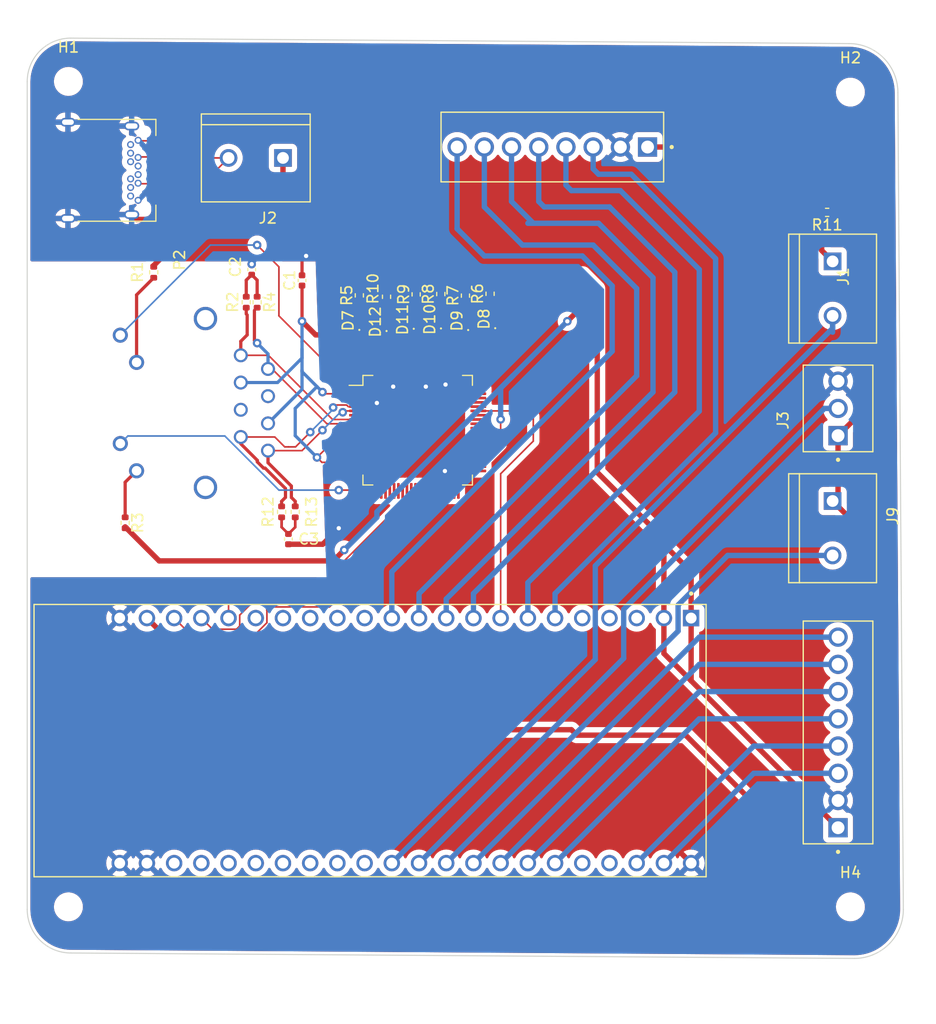
<source format=kicad_pcb>
(kicad_pcb (version 20221018) (generator pcbnew)
  (layers (0 "F.Cu" signal) (31 "B.Cu" signal) (34 "B.Paste" user) (35 "F.Paste" user) (36 "B.SilkS" user "B.Silkscreen") (37 "F.SilkS" user "F.Silkscreen") (38 "B.Mask" user) (39 "F.Mask" user) (44 "Edge.Cuts" user))
  (net 0 "")
  (net 1 "GND")
  (net 2 "Net-(C2-Pad2)")
  (net 3 "Net-(C3-Pad2)")
  (net 4 "/W5100/TXLED")
  (net 5 "Net-(D7-A)")
  (net 6 "/W5100/LINKLED")
  (net 7 "Net-(D8-A)")
  (net 8 "/W5100/SPDLED")
  (net 9 "Net-(D9-A)")
  (net 10 "/W5100/FDXLED")
  (net 11 "Net-(D10-A)")
  (net 12 "/W5100/COLLED")
  (net 13 "Net-(D11-A)")
  (net 14 "Net-(D12-A)")
  (net 15 "/W5100/RXIN")
  (net 16 "/W5100/RXIP")
  (net 19 "/W5100/TXON")
  (net 20 "/W5100/TXOP")
  (net 21 "Net-(P2-PadL1)")
  (net 22 "Net-(P2-PadL3)")
  (net 35 "/W5100/GPIO12")
  (net 36 "/W5100/GPIO13")
  (net 38 "/W5100/GPIO14")
  (net 59 "/W5100/CS")
  (net 67 "/W5100/RXLED")
  (net 96 "3.3V")
  (net 99 "Net-(J1-Pin_1)")
  (net 101 "Net-(J2-Pin_2)")
  (net 102 "Net-(J7-Pin_4)")
  (net 103 "Net-(J7-Pin_5)")
  (net 104 "Net-(J7-Pin_7)")
  (net 105 "Net-(J7-Pin_8)")
  (net 106 "Net-(J22-Pin_3)")
  (net 107 "Net-(J22-Pin_4)")
  (net 108 "Net-(J22-Pin_5)")
  (net 109 "Net-(J22-Pin_6)")
  (net 110 "Net-(J22-Pin_7)")
  (net 111 "Net-(J22-Pin_8)")
  (net 112 "Net-(J7-Pin_6)")
  (net 113 "/W5100/5V")
  (net 114 "Net-(J7-Pin_3)")
  (net 122 "Net-(J1-Pin_2)")
  (net 123 "Net-(J3-Pin_2)")
  (net 124 "Net-(J9-Pin_2)")
  (footprint "MountingHole:MountingHole_2.2mm_M2" (layer "F.Cu") (at 150 142)
    (fp_text reference "H4")
    (fp_text value "MountingHole")
  )
  (footprint "Resistor_SMD:R_0402_1005Metric" (layer "F.Cu") (at 93.6 85.596 -90)
    (fp_text reference "R2")
    (fp_text value "49.9")
  )
  (footprint "LED_SMD:LED_0201_0603Metric" (layer "F.Cu") (at 104.156 87.319 90)
    (fp_text reference "D7")
    (fp_text value "LED")
  )
  (footprint "Package_QFP:LQFP-80_10x10mm_P0.4mm" (layer "F.Cu") (at 109.602 97.536)
    (fp_text reference "U1" hide)
    (fp_text value "W5100")
  )
  (footprint "terms:TE_282837-2" (layer "F.Cu") (at 148.336 106.68 -90)
    (fp_text reference "J9")
    (fp_text value "Screw_Terminal_01x02")
  )
  (footprint "Resistor_SMD:R_0402_1005Metric" (layer "F.Cu") (at 147.826 77.216 180)
    (fp_text reference "R11")
    (fp_text value "100k")
  )
  (footprint "LED_SMD:LED_0201_0603Metric" (layer "F.Cu") (at 114.316 87.331893 90)
    (fp_text reference "D9")
    (fp_text value "LED")
  )
  (footprint "Resistor_SMD:R_0402_1005Metric" (layer "F.Cu") (at 104.156 84.959 90)
    (fp_text reference "R5")
    (fp_text value "470")
  )
  (footprint "Resistor_SMD:R_0402_1005Metric" (layer "F.Cu") (at 96.90096 105.15521 90)
    (fp_text reference "R13")
    (fp_text value "49.9")
  )
  (footprint "MountingHole:MountingHole_2.2mm_M2" (layer "F.Cu") (at 150 66)
    (fp_text reference "H2")
    (fp_text value "MountingHole")
  )
  (footprint "Capacitor_SMD:C_0402_1005Metric" (layer "F.Cu") (at 94.108 82.55 -90)
    (fp_text reference "C2")
    (fp_text value "0.1uF")
  )
  (footprint "Resistor_SMD:R_0402_1005Metric" (layer "F.Cu") (at 109.461 84.864 90)
    (fp_text reference "R9")
    (fp_text value "470")
  )
  (footprint "terms:TE_282837-2" (layer "F.Cu") (at 94.488 72.136 180)
    (fp_text reference "J2")
    (fp_text value "Screw_Terminal_01x02")
  )
  (footprint "Resistor_SMD:R_0402_1005Metric" (layer "F.Cu") (at 94.616 85.596 -90)
    (fp_text reference "R4")
    (fp_text value "49.9")
  )
  (footprint "LED_SMD:LED_0201_0603Metric" (layer "F.Cu") (at 116.841 87.159 90)
    (fp_text reference "D8")
    (fp_text value "LED")
  )
  (footprint "Capacitor_SMD:C_0402_1005Metric" (layer "F.Cu") (at 97.53596 107.69521 90)
    (fp_text reference "C3")
    (fp_text value "0.1uF")
  )
  (footprint "Capacitor_SMD:C_0402_1005Metric" (layer "F.Cu") (at 98.807 83.566 90)
    (fp_text reference "C1")
    (fp_text value "0.1uF")
  )
  (footprint "Resistor_SMD:R_0402_1005Metric" (layer "F.Cu") (at 114.061 84.981893 90)
    (fp_text reference "R7")
    (fp_text value "470")
  )
  (footprint "ESP32:XCVR_ESP32-S3-DEVKITC-1-N8R2" (layer "F.Cu") (at 105.158 126.492 -90)
    (fp_text reference "U2" hide)
    (fp_text value "ESP32-S3-DEVKITC-1-N8R2")
  )
  (footprint "Connector_USB:USB_C_Receptacle_Amphenol_12401548E4-2A" (layer "F.Cu") (at 79.794 73.292 -90)
    (fp_text reference "P3" hide)
    (fp_text value "USB_C_Plug")
  )
  (footprint "Resistor_SMD:R_0402_1005Metric" (layer "F.Cu") (at 84.964 82.802 90)
    (fp_text reference "R1")
    (fp_text value "330")
  )
  (footprint "Resistor_SMD:R_0402_1005Metric" (layer "F.Cu") (at 82.29596 106.174 -90)
    (fp_text reference "R3")
    (fp_text value "330")
  )
  (footprint "LED_SMD:LED_0201_0603Metric" (layer "F.Cu") (at 111.776 87.184 90)
    (fp_text reference "D10")
    (fp_text value "LED")
  )
  (footprint "Resistor_SMD:R_0402_1005Metric" (layer "F.Cu") (at 116.361 84.809 90)
    (fp_text reference "R6")
    (fp_text value "470")
  )
  (footprint "RJ45:WIZNET_RB1-125BAG1A" (layer "F.Cu") (at 86.742 94.996 -90)
    (fp_text reference "P2")
    (fp_text value "RB1-125BAG1A")
  )
  (footprint "Resistor_SMD:R_0402_1005Metric" (layer "F.Cu") (at 98.17096 105.15521 90)
    (fp_text reference "R12")
    (fp_text value "49.9")
  )
  (footprint "Resistor_SMD:R_0402_1005Metric" (layer "F.Cu") (at 111.761 84.834 90)
    (fp_text reference "R8")
    (fp_text value "470")
  )
  (footprint "termsag:TE_282834-8" (layer "F.Cu") (at 148.844 125.73 90)
    (fp_text reference "J7" hide)
    (fp_text value "Screw_Terminal_01x08")
  )
  (footprint "terms:TE_282837-2" (layer "F.Cu") (at 148.336 84.328 -90)
    (fp_text reference "J1")
    (fp_text value "Screw_Terminal_01x02")
  )
  (footprint "termsag:TE_282834-8" (layer "F.Cu") (at 122.174 71.12 180)
    (fp_text reference "J22" hide)
    (fp_text value "Screw_Terminal_01x08")
  )
  (footprint "MountingHole:MountingHole_2.2mm_M2" (layer "F.Cu") (at 77 142)
    (fp_text reference "H3" hide)
    (fp_text value "MountingHole")
  )
  (footprint "LED_SMD:LED_0201_0603Metric" (layer "F.Cu") (at 106.696 87.424 90)
    (fp_text reference "D12")
    (fp_text value "LED")
  )
  (footprint "Resistor_SMD:R_0402_1005Metric" (layer "F.Cu") (at 106.696 85.089 90)
    (fp_text reference "R10")
    (fp_text value "470")
  )
  (footprint "LED_SMD:LED_0201_0603Metric" (layer "F.Cu") (at 109.236 87.214 90)
    (fp_text reference "D11")
    (fp_text value "LED")
  )
  (footprint "tterms3:TE_282834-3" (layer "F.Cu") (at 148.844 95.504 90)
    (fp_text reference "J3")
    (fp_text value "Screw_Terminal_01x03")
  )
  (footprint "MountingHole:MountingHole_2.2mm_M2" (layer "F.Cu") (at 77 65)
    (fp_text reference "H1")
    (fp_text value "MountingHole")
  )
  (gr_arc (start 149.86 61.468) (mid 153.092892 62.807108) (end 154.432 66.04) (stroke (width 0.1)) (layer "Edge.Cuts"))
  (gr_arc (start 154.94 142.24) (mid 153.600892 145.472892) (end 150.368 146.812) (stroke (width 0.1)) (layer "Edge.Cuts"))
  (gr_arc (start 73.152 65.024) (mid 74.342318 62.150318) (end 77.216 60.96) (stroke (width 0.1)) (layer "Edge.Cuts"))
  (gr_line (start 77.216 60.96) (end 149.86 61.468) (stroke (width 0.1)) (layer "Edge.Cuts"))
  (gr_line (start 73.152 65.024) (end 73.152 142.24) (stroke (width 0.1)) (layer "Edge.Cuts"))
  (gr_line (start 154.94 142.24) (end 154.432 66.04) (stroke (width 0.1)) (layer "Edge.Cuts"))
  (gr_line (start 77.216 146.304) (end 150.368 146.812) (stroke (width 0.1)) (layer "Edge.Cuts"))
  (gr_arc (start 77.216 146.304) (mid 74.342318 145.113682) (end 73.152 142.24) (stroke (width 0.1)) (layer "Edge.Cuts"))
  (segment (start 97.53596 108.17521) (end 100.74079 108.17521) (width 0.5) (layer "F.Cu") (net 1))
  (segment (start 112.602 91.8735) (end 112.602 92.878) (width 0.15) (layer "F.Cu") (net 1))
  (segment (start 83.353 77.871) (end 84.497383 77.871) (width 0.5) (layer "F.Cu") (net 1))
  (segment (start 114.449703 100.536) (end 112.202 98.288297) (width 0.15) (layer "F.Cu") (net 1))
  (segment (start 110.202 102.383703) (end 111.239703 101.346) (width 0.15) (layer "F.Cu") (net 1))
  (segment (start 111.802 92.878) (end 112.202 93.278) (width 0.15) (layer "F.Cu") (net 1))
  (segment (start 111.239703 101.346) (end 112.142 101.346) (width 0.15) (layer "F.Cu") (net 1))
  (segment (start 105.792 97.498297) (end 105.792 96.298297) (width 0.15) (layer "F.Cu") (net 1))
  (segment (start 82.904 77.422) (end 83.353 77.871) (width 0.5) (layer "F.Cu") (net 1))
  (segment (start 84.497383 77.871) (end 84.983 77.385383) (width 0.5) (layer "F.Cu") (net 1))
  (segment (start 94.108 82.07) (end 94.108 82.042) (width 0.3) (layer "F.Cu") (net 1))
  (segment (start 104.354297 98.936) (end 105.792 97.498297) (width 0.15) (layer "F.Cu") (net 1))
  (segment (start 110.202 103.1985) (end 110.202 102.383703) (width 0.15) (layer "F.Cu") (net 1))
  (segment (start 84.983 76.311) (end 84.814 76.142) (width 0.5) (layer "F.Cu") (net 1))
  (segment (start 103.9395 94.936) (end 105.732 94.936) (width 0.15) (layer "F.Cu") (net 1))
  (segment (start 83.554 76.042) (end 83.504 76.092) (width 0.15) (layer "F.Cu") (net 1))
  (segment (start 107.002 91.8735) (end 107.002 93.158) (width 0.15) (layer "F.Cu") (net 1))
  (segment (start 105.792 99.098297) (end 105.792 97.498297) (width 0.15) (layer "F.Cu") (net 1))
  (segment (start 112.602 92.878) (end 112.202 93.278) (width 0.15) (layer "F.Cu") (net 1))
  (segment (start 104.754297 100.136) (end 105.792 99.098297) (width 0.15) (layer "F.Cu") (net 1))
  (segment (start 103.9395 97.336) (end 104.754297 97.336) (width 0.15) (layer "F.Cu") (net 1))
  (segment (start 112.202 98.288297) (end 112.202 93.278) (width 0.15) (layer "F.Cu") (net 1))
  (segment (start 104.754297 97.336) (end 105.792 96.298297) (width 0.15) (layer "F.Cu") (net 1))
  (segment (start 105.732 94.936) (end 105.792 94.996) (width 0.15) (layer "F.Cu") (net 1))
  (segment (start 110.602 93.234) (end 110.364 93.472) (width 0.15) (layer "F.Cu") (net 1))
  (segment (start 83.554 70.542) (end 83.504 70.492) (width 0.15) (layer "F.Cu") (net 1))
  (segment (start 103.9395 100.136) (end 104.754297 100.136) (width 0.15) (layer "F.Cu") (net 1))
  (segment (start 98.807 83.086) (end 98.807 81.661) (width 0.3) (layer "F.Cu") (net 1))
  (segment (start 100.74079 108.17521) (end 102.236 106.68) (width 0.5) (layer "F.Cu") (net 1))
  (segment (start 115.2645 100.536) (end 114.449703 100.536) (width 0.15) (layer "F.Cu") (net 1))
  (segment (start 103.9395 98.936) (end 104.354297 98.936) (width 0.15) (layer "F.Cu") (net 1))
  (segment (start 98.807 81.661) (end 99.188 81.28) (width 0.3) (layer "F.Cu") (net 1))
  (segment (start 111.802 91.8735) (end 111.802 92.878) (width 0.15) (layer "F.Cu") (net 1))
  (segment (start 84.983 77.385383) (end 84.983 76.311) (width 0.5) (layer "F.Cu") (net 1))
  (segment (start 112.202 93.278) (end 112.202 91.8735) (width 0.15) (layer "F.Cu") (net 1))
  (segment (start 107.002 93.158) (end 107.316 93.472) (width 0.15) (layer "F.Cu") (net 1))
  (segment (start 105.792 96.298297) (end 105.792 94.996) (width 0.15) (layer "F.Cu") (net 1))
  (segment (start 110.602 91.8735) (end 110.602 93.234) (width 0.15) (layer "F.Cu") (net 1))
  (segment (start 84.814 70.542) (end 83.554 70.542) (width 0.15) (layer "F.Cu") (net 1))
  (via (at 99.188 81.28) (size 0.8) (drill 0.4) (layers "F.Cu" "B.Cu") (net 1))
  (via (at 112.142 101.346) (size 0.8) (drill 0.4) (layers "F.Cu" "B.Cu") (net 1))
  (via (at 107.316 93.472) (size 0.8) (drill 0.4) (layers "F.Cu" "B.Cu") (net 1))
  (via (at 110.364 93.472) (size 0.8) (drill 0.4) (layers "F.Cu" "B.Cu") (net 1))
  (via (at 112.202 93.278) (size 0.8) (drill 0.4) (layers "F.Cu" "B.Cu") (net 1))
  (via (at 94.108 82.042) (size 0.8) (drill 0.4) (layers "F.Cu" "B.Cu") (net 1))
  (via (at 102.236 106.68) (size 0.8) (drill 0.4) (layers "F.Cu" "B.Cu") (net 1))
  (via (at 105.792 94.996) (size 0.8) (drill 0.4) (layers "F.Cu" "B.Cu") (net 1))
  (segment (start 94.108 82.042) (end 94.87 81.28) (width 0.3) (layer "B.Cu") (net 1))
  (segment (start 94.87 81.28) (end 99.188 81.28) (width 0.3) (layer "B.Cu") (net 1))
  (segment (start 94.616 85.086) (end 94.616 83.538) (width 0.3) (layer "F.Cu") (net 2))
  (segment (start 93.6 83.538) (end 94.108 83.03) (width 0.3) (layer "F.Cu") (net 2))
  (segment (start 93.6 85.086) (end 93.6 83.538) (width 0.3) (layer "F.Cu") (net 2))
  (segment (start 94.616 83.538) (end 94.108 83.03) (width 0.3) (layer "F.Cu") (net 2))
  (segment (start 96.90096 105.66521) (end 96.90096 106.58021) (width 0.25) (layer "F.Cu") (net 3))
  (segment (start 98.17096 106.58021) (end 97.53596 107.21521) (width 0.25) (layer "F.Cu") (net 3))
  (segment (start 98.17096 105.66521) (end 98.17096 106.58021) (width 0.25) (layer "F.Cu") (net 3))
  (segment (start 96.90096 106.58021) (end 97.53596 107.21521) (width 0.25) (layer "F.Cu") (net 3))
  (segment (start 104.156 88.28) (end 104.776 88.9) (width 0.15) (layer "F.Cu") (net 4))
  (segment (start 106.443297 88.9) (end 108.602 91.058703) (width 0.15) (layer "F.Cu") (net 4))
  (segment (start 104.156 87.639) (end 104.156 88.28) (width 0.15) (layer "F.Cu") (net 4))
  (segment (start 104.776 88.9) (end 106.443297 88.9) (width 0.15) (layer "F.Cu") (net 4))
  (segment (start 108.602 91.058703) (end 108.602 91.8735) (width 0.15) (layer "F.Cu") (net 4))
  (segment (start 104.156 85.469) (end 104.156 86.999) (width 0.3) (layer "F.Cu") (net 5))
  (segment (start 116.841 87.479) (end 115.849 87.479) (width 0.15) (layer "F.Cu") (net 6))
  (segment (start 113.92 89.408) (end 113.052703 89.408) (width 0.15) (layer "F.Cu") (net 6))
  (segment (start 111.402 91.058703) (end 111.402 91.8735) (width 0.15) (layer "F.Cu") (net 6))
  (segment (start 115.849 87.479) (end 113.92 89.408) (width 0.15) (layer "F.Cu") (net 6))
  (segment (start 113.052703 89.408) (end 111.402 91.058703) (width 0.15) (layer "F.Cu") (net 6))
  (segment (start 103.366297 103.124) (end 111.402 95.088297) (width 0.15) (layer "F.Cu") (net 6))
  (segment (start 111.402 95.088297) (end 111.402 91.8735) (width 0.15) (layer "F.Cu") (net 6))
  (segment (start 102.236 103.124) (end 103.366297 103.124) (width 0.15) (layer "F.Cu") (net 6))
  (via (at 102.236 103.124) (size 0.8) (drill 0.4) (layers "F.Cu" "B.Cu") (net 6))
  (segment (start 82.54687 98.07562) (end 91.59962 98.07562) (width 0.15) (layer "B.Cu") (net 6))
  (segment (start 81.84287 98.77962) (end 82.54687 98.07562) (width 0.15) (layer "B.Cu") (net 6))
  (segment (start 91.59962 98.07562) (end 96.648 103.124) (width 0.15) (layer "B.Cu") (net 6))
  (segment (start 96.648 103.124) (end 102.236 103.124) (width 0.15) (layer "B.Cu") (net 6))
  (segment (start 116.361 86.344) (end 116.856 86.839) (width 0.3) (layer "F.Cu") (net 7))
  (segment (start 116.361 85.319) (end 116.361 86.344) (width 0.3) (layer "F.Cu") (net 7))
  (segment (start 111.002 90.802) (end 111.002 91.8735) (width 0.15) (layer "F.Cu") (net 8))
  (segment (start 114.316 87.651893) (end 114.152107 87.651893) (width 0.15) (layer "F.Cu") (net 8))
  (segment (start 114.152107 87.651893) (end 111.002 90.802) (width 0.15) (layer "F.Cu") (net 8))
  (segment (start 114.061 85.491893) (end 114.061 86.756893) (width 0.3) (layer "F.Cu") (net 9))
  (segment (start 114.061 86.756893) (end 114.316 87.011893) (width 0.3) (layer "F.Cu") (net 9))
  (segment (start 106.164 93.336) (end 107.316 94.488) (width 0.15) (layer "F.Cu") (net 10))
  (segment (start 107.316 94.488) (end 108.002297 94.488) (width 0.15) (layer "F.Cu") (net 10))
  (segment (start 111.776 89.012) (end 109.802 90.986) (width 0.15) (layer "F.Cu") (net 10))
  (segment (start 94.616 80.264) (end 96.648 82.296) (width 0.15) (layer "F.Cu") (net 10))
  (segment (start 96.648 82.296) (end 96.648 86.868) (width 0.15) (layer "F.Cu") (net 10))
  (segment (start 111.776 87.504) (end 111.776 89.012) (width 0.15) (layer "F.Cu") (net 10))
  (segment (start 109.802 92.688297) (end 109.802 91.8735) (width 0.15) (layer "F.Cu") (net 10))
  (segment (start 103.116 93.336) (end 106.164 93.336) (width 0.15) (layer "F.Cu") (net 10))
  (segment (start 96.648 86.868) (end 103.116 93.336) (width 0.15) (layer "F.Cu") (net 10))
  (segment (start 109.802 90.986) (end 109.802 91.8735) (width 0.15) (layer "F.Cu") (net 10))
  (segment (start 108.002297 94.488) (end 109.802 92.688297) (width 0.15) (layer "F.Cu") (net 10))
  (via (at 94.616 80.264) (size 0.8) (drill 0.4) (layers "F.Cu" "B.Cu") (net 10))
  (segment (start 90.24984 80.264) (end 94.616 80.264) (width 0.15) (layer "B.Cu") (net 10))
  (segment (start 81.84237 88.67147) (end 90.24984 80.264) (width 0.15) (layer "B.Cu") (net 10))
  (segment (start 111.761 86.849) (end 111.776 86.864) (width 0.3) (layer "F.Cu") (net 11))
  (segment (start 111.761 85.344) (end 111.761 86.849) (width 0.3) (layer "F.Cu") (net 11))
  (segment (start 109.236 87.534) (end 109.402 87.7) (width 0.15) (layer "F.Cu") (net 12))
  (segment (start 109.402 87.7) (end 109.402 91.8735) (width 0.15) (layer "F.Cu") (net 12))
  (segment (start 109.461 85.374) (end 109.461 86.669) (width 0.3) (layer "F.Cu") (net 13))
  (segment (start 109.461 86.669) (end 109.236 86.894) (width 0.3) (layer "F.Cu") (net 13))
  (segment (start 106.696 87.104) (end 106.696 85.599) (width 0.3) (layer "F.Cu") (net 14))
  (segment (start 102.605509 95.8615) (end 102.731009 95.736) (width 0.15) (layer "F.Cu") (net 15))
  (segment (start 95.63096 100.07521) (end 95.63096 100.567392) (width 0.3) (layer "F.Cu") (net 15))
  (segment (start 102.731009 95.736) (end 103.9395 95.736) (width 0.15) (layer "F.Cu") (net 15))
  (segment (start 95.63096 100.567392) (end 97.81096 102.747392) (width 0.3) (layer "F.Cu") (net 15))
  (segment (start 98.80621 99.44021) (end 98.807 99.441) (width 0.15) (layer "F.Cu") (net 15))
  (segment (start 97.81096 102.747392) (end 97.81096 103.805209) (width 0.3) (layer "F.Cu") (net 15))
  (segment (start 95.63096 99.44021) (end 98.80621 99.44021) (width 0.15) (layer "F.Cu") (net 15))
  (segment (start 98.17096 104.165209) (end 98.17096 104.64521) (width 0.3) (layer "F.Cu") (net 15))
  (segment (start 98.807 99.441) (end 100.712 97.536) (width 0.15) (layer "F.Cu") (net 15))
  (segment (start 97.81096 103.805209) (end 98.17096 104.165209) (width 0.3) (layer "F.Cu") (net 15))
  (via (at 100.712 97.536) (size 0.8) (drill 0.4) (layers "F.Cu" "B.Cu") (net 15))
  (via (at 102.605509 95.8615) (size 0.8) (drill 0.4) (layers "F.Cu" "B.Cu") (net 15))
  (segment (start 102.605509 95.8615) (end 102.3865 95.8615) (width 0.15) (layer "B.Cu") (net 15))
  (segment (start 102.3865 95.8615) (end 100.712 97.536) (width 0.15) (layer "B.Cu") (net 15))
  (segment (start 102.975203 95.1865) (end 103.124703 95.336) (width 0.15) (layer "F.Cu") (net 16))
  (segment (start 94.63096 100.489424) (end 95.216746 101.07521) (width 0.3) (layer "F.Cu") (net 16))
  (segment (start 94.63096 100.34521) (end 94.63096 100.489424) (width 0.3) (layer "F.Cu") (net 16))
  (segment (start 101.710827 95.41591) (end 101.940237 95.1865) (width 0.15) (layer "F.Cu") (net 16))
  (segment (start 97.18621 99.09021) (end 97.537 99.09021) (width 0.15) (layer "F.Cu") (net 16))
  (segment (start 93.09096 98.17021) (end 96.26621 98.17021) (width 0.15) (layer "F.Cu") (net 16))
  (segment (start 97.26096 102.97521) (end 97.26096 103.805209) (width 0.3) (layer "F.Cu") (net 16))
  (segment (start 98.203902 99.09021) (end 99.576547 97.717565) (width 0.15) (layer "F.Cu") (net 16))
  (segment (start 101.940237 95.1865) (end 102.975203 95.1865) (width 0.15) (layer "F.Cu") (net 16))
  (segment (start 96.26621 98.17021) (end 96.902 98.806) (width 0.15) (layer "F.Cu") (net 16))
  (segment (start 96.90096 104.165209) (end 96.90096 104.64521) (width 0.3) (layer "F.Cu") (net 16))
  (segment (start 97.26096 103.805209) (end 96.90096 104.165209) (width 0.3) (layer "F.Cu") (net 16))
  (segment (start 95.216746 101.07521) (end 95.36096 101.07521) (width 0.3) (layer "F.Cu") (net 16))
  (segment (start 97.537 99.09021) (end 98.203902 99.09021) (width 0.15) (layer "F.Cu") (net 16))
  (segment (start 95.36096 101.07521) (end 97.26096 102.97521) (width 0.3) (layer "F.Cu") (net 16))
  (segment (start 103.124703 95.336) (end 103.9395 95.336) (width 0.15) (layer "F.Cu") (net 16))
  (segment (start 93.09096 98.80521) (end 94.63096 100.34521) (width 0.3) (layer "F.Cu") (net 16))
  (segment (start 96.902 98.806) (end 97.18621 99.09021) (width 0.15) (layer "F.Cu") (net 16))
  (via (at 101.710827 95.41591) (size 0.8) (drill 0.4) (layers "F.Cu" "B.Cu") (net 16))
  (via (at 99.576547 97.717565) (size 0.8) (drill 0.4) (layers "F.Cu" "B.Cu") (net 16))
  (segment (start 99.576547 97.717565) (end 101.710827 95.583285) (width 0.15) (layer "B.Cu") (net 16))
  (segment (start 101.710827 95.583285) (end 101.710827 95.41591) (width 0.15) (layer "B.Cu") (net 16))
  (segment (start 94.616 89.408) (end 94.362 89.154) (width 0.3) (layer "F.Cu") (net 19))
  (segment (start 94.362 86.36) (end 94.616 86.106) (width 0.15) (layer "F.Cu") (net 19))
  (segment (start 94.362 89.154) (end 94.362 86.36) (width 0.3) (layer "F.Cu") (net 19))
  (segment (start 96.01221 91.82021) (end 101.128 96.936) (width 0.15) (layer "F.Cu") (net 19))
  (segment (start 101.128 96.936) (end 103.9395 96.936) (width 0.15) (layer "F.Cu") (net 19))
  (segment (start 95.63096 91.82021) (end 96.01221 91.82021) (width 0.15) (layer "F.Cu") (net 19))
  (via (at 94.616 89.408) (size 0.8) (drill 0.4) (layers "F.Cu" "B.Cu") (net 19))
  (segment (start 95.63096 90.42296) (end 95.63096 91.82021) (width 0.3) (layer "B.Cu") (net 19))
  (segment (start 94.616 89.408) (end 95.63096 90.42296) (width 0.3) (layer "B.Cu") (net 19))
  (segment (start 93.6 86.694) (end 93.6 86.106) (width 0.3) (layer "F.Cu") (net 20))
  (segment (start 93.09096 90.55021) (end 95.669108 90.55021) (width 0.15) (layer "F.Cu") (net 20))
  (segment (start 93.09096 90.55021) (end 93.09096 89.24204) (width 0.3) (layer "F.Cu") (net 20))
  (segment (start 93.687 86.781) (end 93.6 86.694) (width 0.15) (layer "F.Cu") (net 20))
  (segment (start 93.687 88.646) (end 93.687 86.781) (width 0.3) (layer "F.Cu") (net 20))
  (segment (start 93.09096 89.24204) (end 93.687 88.646) (width 0.3) (layer "F.Cu") (net 20))
  (segment (start 101.654898 96.536) (end 103.9395 96.536) (width 0.15) (layer "F.Cu") (net 20))
  (segment (start 95.669108 90.55021) (end 101.654898 96.536) (width 0.15) (layer "F.Cu") (net 20))
  (segment (start 82.29596 105.664) (end 82.29596 102.38788) (width 0.3) (layer "F.Cu") (net 21))
  (segment (start 82.29596 102.38788) (end 83.36237 101.32147) (width 0.3) (layer "F.Cu") (net 21))
  (segment (start 84.964 83.312) (end 83.36287 84.91313) (width 0.3) (layer "F.Cu") (net 22))
  (segment (start 83.36287 84.91313) (end 83.36287 91.20962) (width 0.3) (layer "F.Cu") (net 22))
  (segment (start 100.204 112.268) (end 93.472 112.268) (width 0.15) (layer "F.Cu") (net 35))
  (segment (start 91.948 113.792) (end 91.948 115.062) (width 0.15) (layer "F.Cu") (net 35))
  (segment (start 93.472 112.268) (end 91.948 113.792) (width 0.15) (layer "F.Cu") (net 35))
  (segment (start 108.202 103.1985) (end 108.202 104.27) (width 0.15) (layer "F.Cu") (net 35))
  (segment (start 108.202 104.27) (end 100.204 112.268) (width 0.15) (layer "F.Cu") (net 35))
  (segment (start 108.602 105.266) (end 100.608 113.26) (width 0.15) (layer "F.Cu") (net 36))
  (segment (start 92.988 114.784) (end 92.988 115.8) (width 0.15) (layer "F.Cu") (net 36))
  (segment (start 92.686 116.102) (end 90.448 116.102) (width 0.15) (layer "F.Cu") (net 36))
  (segment (start 100.608 113.26) (end 94.512 113.26) (width 0.15) (layer "F.Cu") (net 36))
  (segment (start 92.988 115.8) (end 92.686 116.102) (width 0.15) (layer "F.Cu") (net 36))
  (segment (start 108.602 103.1985) (end 108.602 105.266) (width 0.15) (layer "F.Cu") (net 36))
  (segment (start 90.448 116.102) (end 89.408 115.062) (width 0.15) (layer "F.Cu") (net 36))
  (segment (start 94.512 113.26) (end 92.988 114.784) (width 0.15) (layer "F.Cu") (net 36))
  (segment (start 109.402 105.99) (end 101.37 114.022) (width 0.15) (layer "F.Cu") (net 38))
  (segment (start 95.504 114.3) (end 95.528 114.324) (width 0.15) (layer "F.Cu") (net 38))
  (segment (start 101.37 114.022) (end 95.782 114.022) (width 0.15) (layer "F.Cu") (net 38))
  (segment (start 95.782 114.022) (end 95.504 114.3) (width 0.15) (layer "F.Cu") (net 38))
  (segment (start 109.402 103.1985) (end 109.402 105.99) (width 0.15) (layer "F.Cu") (net 38))
  (segment (start 95.528 114.324) (end 95.528 115.492783) (width 0.15) (layer "F.Cu") (net 38))
  (segment (start 95.528 115.492783) (end 94.180783 116.84) (width 0.15) (layer "F.Cu") (net 38))
  (segment (start 94.180783 116.84) (end 88.646 116.84) (width 0.15) (layer "F.Cu") (net 38))
  (segment (start 88.646 116.84) (end 86.868 115.062) (width 0.15) (layer "F.Cu") (net 38))
  (segment (start 115.2645 95.736) (end 119.888 95.736) (width 0.15) (layer "F.Cu") (net 59))
  (segment (start 120.396 98.552) (end 117.348 101.6) (width 0.15) (layer "F.Cu") (net 59))
  (segment (start 117.348 101.6) (end 117.348 115.062) (width 0.15) (layer "F.Cu") (net 59))
  (segment (start 120.396 96.244) (end 120.396 98.552) (width 0.15) (layer "F.Cu") (net 59))
  (segment (start 119.888 95.736) (end 120.396 96.244) (width 0.15) (layer "F.Cu") (net 59))
  (segment (start 109.002 90.05) (end 109.002 91.8735) (width 0.15) (layer "F.Cu") (net 67))
  (segment (start 106.696 87.744) (end 109.002 90.05) (width 0.15) (layer "F.Cu") (net 67))
  (segment (start 132.588 115.062) (end 132.588 118.364) (width 0.5) (layer "F.Cu") (net 96))
  (segment (start 135.128 120.904) (end 135.128 115.062) (width 0.5) (layer "F.Cu") (net 96))
  (segment (start 115.824 82.804) (end 115.316 82.804) (width 0.5) (layer "F.Cu") (net 96))
  (segment (start 126.366 84.328) (end 125.032 82.994) (width 0.5) (layer "F.Cu") (net 96))
  (segment (start 111.126 82.804) (end 112.268 82.804) (width 0.5) (layer "F.Cu") (net 96))
  (segment (start 105.157 82.804) (end 106.172 82.804) (width 0.5) (layer "F.Cu") (net 96))
  (segment (start 102.144 98.136) (end 100.204 100.076) (width 0.15) (layer "F.Cu") (net 96))
  (segment (start 93.98 77.724) (end 89.408 77.724) (width 0.5) (layer "F.Cu") (net 96))
  (segment (start 117.348 96.52) (end 117.348 98.867297) (width 0.15) (layer "F.Cu") (net 96))
  (segment (start 116.361 83.213) (end 116.142 82.994) (width 0.5) (layer "F.Cu") (net 96))
  (segment (start 116.361 84.299) (end 116.361 83.213) (width 0.5) (layer "F.Cu") (net 96))
  (segment (start 106.681 82.804) (end 106.696 82.819) (width 0.3) (layer "F.Cu") (net 96))
  (segment (start 115.952 82.804) (end 115.316 82.804) (width 0.5) (layer "F.Cu") (net 96))
  (segment (start 104.156 83.424) (end 104.204 83.376) (width 0.5) (layer "F.Cu") (net 96))
  (segment (start 106.172 82.804) (end 106.681 82.804) (width 0.5) (layer "F.Cu") (net 96))
  (segment (start 103.9395 94.136) (end 100.868 94.136) (width 0.15) (layer "F.Cu") (net 96))
  (segment (start 126.366 84.328) (end 126.366 101.474) (width 0.5) (layer "F.Cu") (net 96))
  (segment (start 123.572 87.376) (end 126.366 84.582) (width 0.5) (layer "F.Cu") (net 96))
  (segment (start 102.744 108.712) (end 101.728 109.728) (width 0.5) (layer "F.Cu") (net 96))
  (segment (start 132.588 108.204) (end 135.128 110.744) (width 0.5) (layer "F.Cu") (net 96))
  (segment (start 97.028 74.676) (end 97.028 75.564) (width 0.5) (layer "F.Cu") (net 96))
  (segment (start 100.077 88.646) (end 98.807 87.376) (width 0.5) (layer "F.Cu") (net 96))
  (segment (start 126.366 101.474) (end 132.588 107.696) (width 0.5) (layer "F.Cu") (net 96))
  (segment (start 103.9395 100.536) (end 100.664 100.536) (width 0.15) (layer "F.Cu") (net 96))
  (segment (start 114.061 83.551) (end 114.808 82.804) (width 0.5) (layer "F.Cu") (net 96))
  (segment (start 109.461 83.071) (end 109.728 82.804) (width 0.5) (layer "F.Cu") (net 96))
  (segment (start 100.664 100.536) (end 100.204 100.076) (width 0.15) (layer "F.Cu") (net 96))
  (segment (start 111.761 84.324) (end 111.761 83.311) (width 0.5) (layer "F.Cu") (net 96))
  (segment (start 109.728 82.804) (end 111.126 82.804) (width 0.5) (layer "F.Cu") (net 96))
  (segment (start 148.844 134.62) (end 135.128 120.904) (width 0.5) (layer "F.Cu") (net 96))
  (segment (start 106.681 82.804) (end 109.221 82.804) (width 0.5) (layer "F.Cu") (net 96))
  (segment (start 84.964 82.168) (end 84.964 82.292) (width 0.5) (layer "F.Cu") (net 96))
  (segment (start 126.366 84.328) (end 126.366 84.582) (width 0.5) (layer "F.Cu") (net 96))
  (segment (start 114.808 82.804) (end 113.666 82.804) (width 0.5) (layer "F.Cu") (net 96))
  (segment (start 104.776 82.804) (end 105.157 82.804) (width 0.3) (layer "F.Cu") (net 96))
  (segment (start 89.408 77.724) (end 84.964 82.168) (width 0.5) (layer "F.Cu") (net 96))
  (segment (start 106.696 84.579) (end 106.696 83.328) (width 0.5) (layer "F.Cu") (net 96))
  (segment (start 102.236 87.376) (end 100.966 88.646) (width 0.5) (layer "F.Cu") (net 96))
  (segment (start 104.204 83.376) (end 104.776 82.804) (width 0.3) (layer "F.Cu") (net 96))
  (segment (start 132.588 118.364) (end 135.128 120.904) (width 0.5) (layer "F.Cu") (net 96))
  (segment (start 116.079297 100.136) (end 115.2645 100.136) (width 0.15) (layer "F.Cu") (net 96))
  (segment (start 104.141 83.439) (end 104.204 83.376) (width 0.3) (layer "F.Cu") (net 96))
  (segment (start 132.588 108.204) (end 132.588 115.062) (width 0.5) (layer "F.Cu") (net 96))
  (segment (start 100.966 88.646) (end 100.077 88.646) (width 0.5) (layer "F.Cu") (net 96))
  (segment (start 103.9395 98.136) (end 102.144 98.136) (width 0.15) (layer "F.Cu") (net 96))
  (segment (start 97.028 75.564) (end 104.268 82.804) (width 0.5) (layer "F.Cu") (net 96))
  (segment (start 114.061 84.471893) (end 114.061 83.551) (width 0.5) (layer "F.Cu") (net 96))
  (segment (start 101.728 109.728) (end 85.47375 109.728) (width 0.5) (layer "F.Cu") (net 96))
  (segment (start 106.696 83.328) (end 106.172 82.804) (width 0.5) (layer "F.Cu") (net 96))
  (segment (start 117.348 98.867297) (end 116.079297 100.136) (width 0.15) (layer "F.Cu") (net 96))
  (segment (start 104.156 83.454) (end 104.141 83.439) (width 0.3) (layer "F.Cu") (net 96))
  (segment (start 85.47375 109.728) (end 82.29596 106.55021) (width 0.5) (layer "F.Cu") (net 96))
  (segment (start 97.028 72.136) (end 97.028 74.676) (width 0.5) (layer "F.Cu") (net 96))
  (segment (start 104.156 84.449) (end 104.156 83.424) (width 0.5) (layer "F.Cu") (net 96))
  (segment (start 104.268 82.804) (end 105.157 82.804) (width 0.5) (layer "F.Cu") (net 96))
  (segment (start 102.236 84.836) (end 102.236 87.376) (width 0.5) (layer "F.Cu") (net 96))
  (segment (start 115.316 82.804) (end 114.808 82.804) (width 0.5) (layer "F.Cu") (net 96))
  (segment (start 98.807 87.376) (end 98.807 84.046) (width 0.3) (layer "F.Cu") (net 96))
  (segment (start 135.128 110.744) (end 135.128 115.062) (width 0.5) (layer "F.Cu") (net 96))
  (segment (start 132.588 107.696) (end 132.588 108.204) (width 0.5) (layer "F.Cu") (net 96))
  (segment (start 109.221 82.804) (end 109.728 82.804) (width 0.5) (layer "F.Cu") (net 96))
  (segment (start 109.461 84.354) (end 109.461 83.071) (width 0.5) (layer "F.Cu") (net 96))
  (segment (start 100.868 94.136) (end 100.712 93.98) (width 0.15) (layer "F.Cu") (net 96))
  (segment (start 97.028 74.676) (end 93.98 77.724) (width 0.5) (layer "F.Cu") (net 96))
  (segment (start 112.268 82.804) (end 113.666 82.804) (width 0.5) (layer "F.Cu") (net 96))
  (segment (start 125.032 82.994) (end 116.142 82.994) (width 0.5) (layer "F.Cu") (net 96))
  (segment (start 111.761 83.311) (end 112.268 82.804) (width 0.5) (layer "F.Cu") (net 96))
  (segment (start 116.142 82.994) (end 115.952 82.804) (width 0.5) (layer "F.Cu") (net 96))
  (segment (start 104.268 82.804) (end 102.236 84.836) (width 0.5) (layer "F.Cu") (net 96))
  (via (at 100.712 93.98) (size 0.8) (drill 0.4) (layers "F.Cu" "B.Cu") (net 96))
  (via (at 123.572 87.376) (size 0.8) (drill 0.4) (layers "F.Cu" "B.Cu") (net 96))
  (via (at 117.348 96.52) (size 0.8) (drill 0.4) (layers "F.Cu" "B.Cu") (net 96))
  (via (at 102.744 108.712) (size 0.8) (drill 0.4) (layers "F.Cu" "B.Cu") (net 96))
  (via (at 98.807 87.376) (size 0.8) (drill 0.4) (layers "F.Cu" "B.Cu") (net 96))
  (via (at 100.204 100.076) (size 0.8) (drill 0.4) (layers "F.Cu" "B.Cu") (net 96))
  (segment (start 98.172 95.504) (end 98.172 98.044) (width 0.3) (layer "B.Cu") (net 96))
  (segment (start 95.63096 96.90021) (end 98.807 93.72417) (width 0.3) (layer "B.Cu") (net 96))
  (segment (start 98.807 90.805) (end 98.807 89.952318) (width 0.3) (layer "B.Cu") (net 96))
  (segment (start 118.492 92.456) (end 105.792 105.156) (width 0.5) (layer "B.Cu") (net 96))
  (segment (start 98.807 87.376) (end 98.807 89.281) (width 0.3) (layer "B.Cu") (net 96))
  (segment (start 98.807 93.72417) (end 98.807 91.948) (width 0.3) (layer "B.Cu") (net 96))
  (segment (start 100.204 93.472) (end 98.172 95.504) (width 0.3) (layer "B.Cu") (net 96))
  (segment (start 100.204 93.472) (end 100.712 93.98) (width 0.3) (layer "B.Cu") (net 96))
  (segment (start 105.792 105.156) (end 105.792 105.664) (width 0.5) (layer "B.Cu") (net 96))
  (segment (start 123.318 87.63) (end 118.492 92.456) (width 0.5) (layer "B.Cu") (net 96))
  (segment (start 96.52179 93.09021) (end 98.807 90.805) (width 0.3) (layer "B.Cu") (net 96))
  (segment (start 117.348 93.6) (end 117.348 96.52) (width 0.5) (layer "B.Cu") (net 96))
  (segment (start 105.792 105.664) (end 102.744 108.712) (width 0.5) (layer "B.Cu") (net 96))
  (segment (start 98.807 91.948) (end 98.807 92.075) (width 0.3) (layer "B.Cu") (net 96))
  (segment (start 98.807 91.948) (end 98.807 89.281) (width 0.3) (layer "B.Cu") (net 96))
  (segment (start 98.807 92.075) (end 100.204 93.472) (width 0.3) (layer "B.Cu") (net 96))
  (segment (start 123.318 87.63) (end 123.572 87.376) (width 0.3) (layer "B.Cu") (net 96))
  (segment (start 98.172 98.044) (end 100.204 100.076) (width 0.3) (layer "B.Cu") (net 96))
  (segment (start 98.807 89.952318) (end 98.807 89.281) (width 0.15) (layer "B.Cu") (net 96))
  (segment (start 93.09096 93.09021) (end 96.52179 93.09021) (width 0.3) (layer "B.Cu") (net 96))
  (segment (start 118.492 92.456) (end 117.348 93.6) (width 0.5) (layer "B.Cu") (net 96))
  (segment (start 147.316 77.216) (end 147.316 80.768) (width 0.5) (layer "F.Cu") (net 99))
  (segment (start 147.316 80.768) (end 148.336 81.788) (width 0.5) (layer "F.Cu") (net 99))
  (segment (start 85.364 72.042) (end 85.458 72.136) (width 0.15) (layer "F.Cu") (net 101))
  (segment (start 83.554 72.042) (end 83.504 72.092) (width 0.15) (layer "F.Cu") (net 101))
  (segment (start 85.458 72.136) (end 91.948 72.136) (width 0.15) (layer "F.Cu") (net 101))
  (segment (start 89.542 74.542) (end 91.948 72.136) (width 0.15) (layer "F.Cu") (net 101))
  (segment (start 83.554 74.542) (end 83.504 74.492) (width 0.15) (layer "F.Cu") (net 101))
  (segment (start 84.814 72.042) (end 83.554 72.042) (width 0.15) (layer "F.Cu") (net 101))
  (segment (start 84.814 72.042) (end 85.364 72.042) (width 0.15) (layer "F.Cu") (net 101))
  (segment (start 84.814 74.542) (end 83.554 74.542) (width 0.15) (layer "F.Cu") (net 101))
  (segment (start 84.814 74.542) (end 89.542 74.542) (width 0.15) (layer "F.Cu") (net 101))
  (segment (start 148.844 127) (end 140.97 127) (width 0.5) (layer "B.Cu") (net 102))
  (segment (start 140.97 127) (end 130.048 137.922) (width 0.5) (layer "B.Cu") (net 102))
  (segment (start 148.844 124.46) (end 135.89 124.46) (width 0.5) (layer "B.Cu") (net 103))
  (segment (start 135.89 124.46) (end 122.428 137.922) (width 0.5) (layer "B.Cu") (net 103))
  (segment (start 135.89 119.38) (end 117.348 137.922) (width 0.5) (layer "B.Cu") (net 104))
  (segment (start 148.844 119.38) (end 135.89 119.38) (width 0.5) (layer "B.Cu") (net 104))
  (segment (start 148.844 116.84) (end 135.89 116.84) (width 0.5) (layer "B.Cu") (net 105))
  (segment (start 135.89 116.84) (end 114.808 137.922) (width 0.5) (layer "B.Cu") (net 105))
  (segment (start 137.414 97.79) (end 122.428 112.776) (width 0.5) (layer "B.Cu") (net 106))
  (segment (start 126.492 73.66) (end 129.54 73.66) (width 0.5) (layer "B.Cu") (net 106))
  (segment (start 122.428 112.776) (end 122.428 115.062) (width 0.5) (layer "B.Cu") (net 106))
  (segment (start 125.984 73.152) (end 126.492 73.66) (width 0.5) (layer "B.Cu") (net 106))
  (segment (start 125.984 71.12) (end 125.984 73.152) (width 0.5) (layer "B.Cu") (net 106))
  (segment (start 137.414 81.534) (end 137.414 97.79) (width 0.5) (layer "B.Cu") (net 106))
  (segment (start 129.54 73.66) (end 137.414 81.534) (width 0.5) (layer "B.Cu") (net 106))
  (segment (start 135.89 95.758) (end 135.89 82.55) (width 0.5) (layer "B.Cu") (net 107))
  (segment (start 135.89 82.55) (end 128.524 75.184) (width 0.5) (layer "B.Cu") (net 107))
  (segment (start 119.888 111.76) (end 119.888 115.062) (width 0.5) (layer "B.Cu") (net 107))
  (segment (start 123.952 75.184) (end 123.444 74.676) (width 0.5) (layer "B.Cu") (net 107))
  (segment (start 135.89 95.758) (end 120.65 110.998) (width 0.5) (layer "B.Cu") (net 107))
  (segment (start 128.524 75.184) (end 123.952 75.184) (width 0.5) (layer "B.Cu") (net 107))
  (segment (start 123.444 74.676) (end 123.444 71.12) (width 0.5) (layer "B.Cu") (net 107))
  (segment (start 120.65 110.998) (end 119.888 111.76) (width 0.5) (layer "B.Cu") (net 107))
  (segment (start 114.808 112.776) (end 114.808 115.062) (width 0.5) (layer "B.Cu") (net 108))
  (segment (start 120.904 76.2) (end 120.904 71.12) (width 0.5) (layer "B.Cu") (net 108))
  (segment (start 133.604 93.98) (end 133.604 82.804) (width 0.5) (layer "B.Cu") (net 108))
  (segment (start 133.604 82.804) (end 127.508 76.708) (width 0.5) (layer "B.Cu") (net 108))
  (segment (start 133.604 93.98) (end 114.808 112.776) (width 0.5) (layer "B.Cu") (net 108))
  (segment (start 121.412 76.708) (end 120.904 76.2) (width 0.5) (layer "B.Cu") (net 108))
  (segment (start 127.508 76.708) (end 121.412 76.708) (width 0.5) (layer "B.Cu") (net 108))
  (segment (start 131.572 93.98) (end 112.268 113.284) (width 0.5) (layer "B.Cu") (net 109))
  (segment (start 120.396 78.232) (end 126.492 78.232) (width 0.5) (layer "B.Cu") (net 109))
  (segment (start 112.268 113.284) (end 112.268 115.062) (width 0.5) (layer "B.Cu") (net 109))
  (segment (start 120.396 78.232) (end 119.888 78.232) (width 0.5) (layer "B.Cu") (net 109))
  (segment (start 126.492 78.232) (end 131.572 83.312) (width 0.5) (layer "B.Cu") (net 109))
  (segment (start 118.364 76.2) (end 118.364 71.12) (width 0.5) (layer "B.Cu") (net 109))
  (segment (start 120.396 78.232) (end 118.364 76.2) (width 0.5) (layer "B.Cu") (net 109))
  (segment (start 131.572 83.312) (end 131.572 93.98) (width 0.5) (layer "B.Cu") (net 109))
  (segment (start 130.048 84.328) (end 130.048 92.456) (width 0.5) (layer "B.Cu") (net 110))
  (segment (start 115.824 76.708) (end 119.38 80.264) (width 0.5) (layer "B.Cu") (net 110))
  (segment (start 115.824 71.12) (end 115.824 76.708) (width 0.5) (layer "B.Cu") (net 110))
  (segment (start 125.984 80.264) (end 130.048 84.328) (width 0.5) (layer "B.Cu") (net 110))
  (segment (start 119.38 80.264) (end 125.984 80.264) (width 0.5) (layer "B.Cu") (net 110))
  (segment (start 109.728 112.776) (end 109.728 115.062) (width 0.5) (layer "B.Cu") (net 110))
  (segment (start 130.048 92.456) (end 109.728 112.776) (width 0.5) (layer "B.Cu") (net 110))
  (segment (start 127.762 84.074) (end 124.968 81.28) (width 0.5) (layer "B.Cu") (net 111))
  (segment (start 127.762 90.17) (end 127.762 84.074) (width 0.5) (layer "B.Cu") (net 111))
  (segment (start 127.762 90.17) (end 107.696 110.236) (width 0.5) (layer "B.Cu") (net 111))
  (segment (start 107.696 110.236) (end 107.188 110.744) (width 0.5) (layer "B.Cu") (net 111))
  (segment (start 113.284 78.74) (end 113.284 71.12) (width 0.5) (layer "B.Cu") (net 111))
  (segment (start 124.968 81.28) (end 115.824 81.28) (width 0.5) (layer "B.Cu") (net 111))
  (segment (start 107.188 110.744) (end 107.188 115.062) (width 0.5) (layer "B.Cu") (net 111))
  (segment (start 115.824 81.28) (end 113.284 78.74) (width 0.5) (layer "B.Cu") (net 111))
  (segment (start 148.844 121.92) (end 135.89 121.92) (width 0.5) (layer "B.Cu") (net 112))
  (segment (start 135.89 121.92) (end 119.888 137.922) (width 0.5) (layer "B.Cu") (net 112))
  (segment (start 148.844 98.044) (end 150.876 96.012) (width 0.5) (layer "F.Cu") (net 113))
  (segment (start 148.844 98.044) (end 148.844 103.632) (width 0.5) (layer "F.Cu") (net 113))
  (segment (start 147.828 139.192) (end 151.892 139.192) (width 0.5) (layer "F.Cu") (net 113))
  (segment (start 147.828 139.192) (end 134.62 125.984) (width 0.5) (layer "F.Cu") (net 113))
  (segment (start 148.844 77.216) (end 148.336 77.216) (width 0.5) (layer "F.Cu") (net 113))
  (segment (start 150.876 96.012) (end 150.876 79.248) (width 0.5) (layer "F.Cu") (net 113))
  (segment (start 148.844 103.632) (end 148.336 104.14) (width 0.5) (layer "F.Cu") (net 113))
  (segment (start 151.892 139.192) (end 153.416 137.668) (width 0.5) (layer "F.Cu") (net 113))
  (segment (start 153.416 115.824) (end 153.416 109.22) (width 0.5) (layer "F.Cu") (net 113))
  (segment (start 148.336 77.088685) (end 142.367315 71.12) (width 0.5) (layer "F.Cu") (net 113))
  (segment (start 153.416 137.668) (end 153.416 115.824) (width 0.5) (layer "F.Cu") (net 113))
  (segment (start 123.952 125.476) (end 94.742 125.476) (width 0.5) (layer "F.Cu") (net 113))
  (segment (start 94.742 125.476) (end 84.328 115.062) (width 0.5) (layer "F.Cu") (net 113))
  (segment (start 153.416 109.22) (end 148.336 104.14) (width 0.5) (layer "F.Cu") (net 113))
  (segment (start 153.416 115.824) (end 153.416 113.788) (width 0.5) (layer "F.Cu") (net 113))
  (segment (start 150.876 79.248) (end 148.844 77.216) (width 0.5) (layer "F.Cu") (net 113))
  (segment (start 124.46 125.984) (end 123.952 125.476) (width 0.5) (layer "F.Cu") (net 113))
  (segment (start 142.367315 71.12) (end 131.064 71.12) (width 0.5) (layer "F.Cu") (net 113))
  (segment (start 134.62 125.984) (end 124.46 125.984) (width 0.5) (layer "F.Cu") (net 113))
  (segment (start 148.336 77.216) (end 148.336 77.088685) (width 0.5) (layer "F.Cu") (net 113))
  (segment (start 148.844 129.54) (end 140.97 129.54) (width 0.5) (layer "B.Cu") (net 114))
  (segment (start 140.97 129.54) (end 132.588 137.922) (width 0.5) (layer "B.Cu") (net 114))
  (segment (start 148.336 88.034726) (end 126.183 110.187726) (width 0.5) (layer "B.Cu") (net 122))
  (segment (start 126.183 118.927) (end 107.188 137.922) (width 0.5) (layer "B.Cu") (net 122))
  (segment (start 148.336 86.868) (end 148.336 88.034726) (width 0.5) (layer "B.Cu") (net 122))
  (segment (start 126.183 110.187726) (end 126.183 118.927) (width 0.5) (layer "B.Cu") (net 122))
  (segment (start 148.336 86.868) (end 148.336 88.392) (width 0.5) (layer "B.Cu") (net 122))
  (segment (start 148.844 95.504) (end 147.571208 95.504) (width 0.5) (layer "B.Cu") (net 123))
  (segment (start 128.833 118.817) (end 109.728 137.922) (width 0.5) (layer "B.Cu") (net 123))
  (segment (start 128.833 114.242208) (end 128.833 118.817) (width 0.5) (layer "B.Cu") (net 123))
  (segment (start 147.571208 95.504) (end 128.833 114.242208) (width 0.5) (layer "B.Cu") (net 123))
  (segment (start 148.336 109.22) (end 138.54 109.22) (width 0.5) (layer "B.Cu") (net 124))
  (segment (start 133.913 113.847) (end 133.913 116.277) (width 0.5) (layer "B.Cu") (net 124))
  (segment (start 138.54 109.22) (end 133.913 113.847) (width 0.5) (layer "B.Cu") (net 124))
  (segment (start 133.913 116.277) (end 112.268 137.922) (width 0.5) (layer "B.Cu") (net 124))
  (zone (net 1) (net_name "GND") (layers "F&B.Cu") (connect_pads (clearance 0.5)) (min_thickness 0.25) (fill yes (thermal_gap 0.5) (thermal_bridge_width 0.5))
    (polygon (pts (xy 71.628 57.404) (xy 157.988 57.912) (xy 157.988 151.892) (xy 70.612 152.908) (xy 71.12 111.252) (xy 101.092 111.252) (xy 100.076 81.788) (xy 71.12 81.788)))
  )
)
</source>
